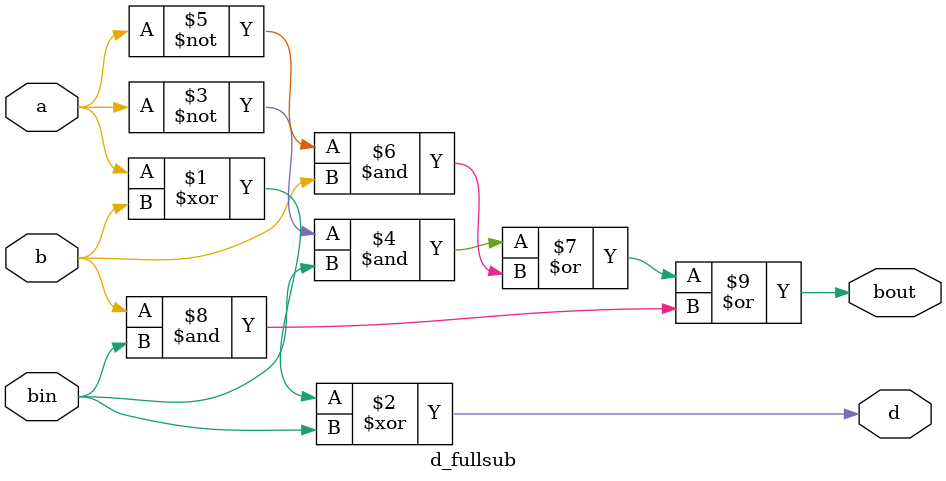
<source format=v>
module d_fullsub(a,b,bin,bout,d);
    input a,b,bin;
    output bout,d;
    wire w,d1,b1,b2;
    assign d = (a^b)^bin;
    assign bout = ((~a)&bin)|((~a)&b)|(b&bin);
endmodule

</source>
